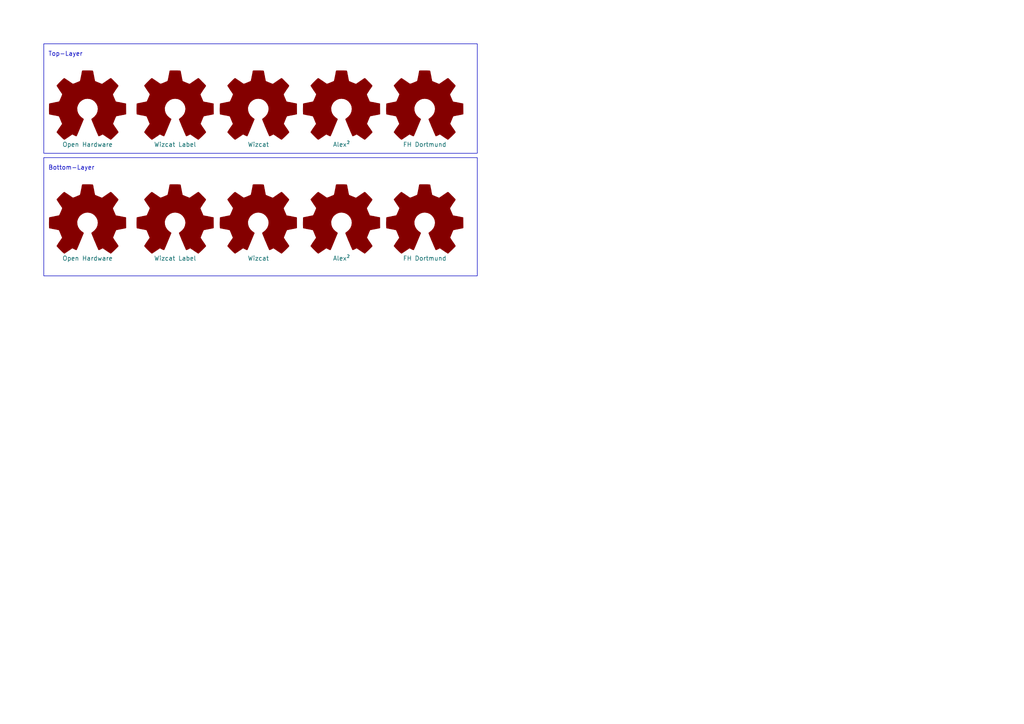
<source format=kicad_sch>
(kicad_sch (version 20230121) (generator eeschema)
  (paper "A4")
  (lib_symbols
    (symbol "Graphic:Logo_Open_Hardware_Large" (in_bom no) (on_board no)
      (symbol "Logo_Open_Hardware_Large_1_1"
        (polyline (pts (xy 6.731 -8.7122) (xy 6.6294 -8.6614) (xy 6.35 -8.4836) (xy 5.9944 -8.255) (xy 5.5372 -7.9502) (xy 5.1054 -7.6454) (xy 4.7498 -7.4168) (xy 4.4958 -7.239) (xy 4.3942 -7.1882) (xy 4.318 -7.2136) (xy 4.1148 -7.3152) (xy 3.81 -7.4676) (xy 3.6322 -7.5692) (xy 3.3528 -7.6708) (xy 3.2258 -7.6962) (xy 3.2004 -7.6708) (xy 3.0988 -7.4676) (xy 2.9464 -7.0866) (xy 2.7178 -6.604) (xy 2.4892 -6.0452) (xy 2.2352 -5.4356) (xy 1.9558 -4.826) (xy 1.7272 -4.2164) (xy 1.4986 -3.683) (xy 1.3208 -3.2512) (xy 1.2192 -2.9464) (xy 1.1684 -2.8194) (xy 1.1938 -2.794) (xy 1.3208 -2.667) (xy 1.5748 -2.4892) (xy 2.0828 -2.0574) (xy 2.6162 -1.397) (xy 2.921 -0.6604) (xy 3.048 0.1524) (xy 2.9464 0.9144) (xy 2.6416 1.6256) (xy 2.1336 2.286) (xy 1.524 2.7686) (xy 0.8128 3.0734) (xy 0 3.175) (xy -0.762 3.0988) (xy -1.4986 2.794) (xy -2.159 2.286) (xy -2.4384 1.9812) (xy -2.8194 1.3208) (xy -3.048 0.6096) (xy -3.0734 0.4318) (xy -3.0226 -0.3556) (xy -2.794 -1.0922) (xy -2.3876 -1.7526) (xy -1.8288 -2.3114) (xy -1.7526 -2.3622) (xy -1.4732 -2.5654) (xy -1.2954 -2.6924) (xy -1.1684 -2.8194) (xy -2.159 -5.207) (xy -2.3114 -5.588) (xy -2.5908 -6.2484) (xy -2.8194 -6.8072) (xy -3.0226 -7.2644) (xy -3.1496 -7.5692) (xy -3.2258 -7.6708) (xy -3.2258 -7.6962) (xy -3.302 -7.6962) (xy -3.4798 -7.6454) (xy -3.8354 -7.4676) (xy -4.0386 -7.366) (xy -4.2926 -7.239) (xy -4.4196 -7.1882) (xy -4.5212 -7.239) (xy -4.7498 -7.3914) (xy -5.1054 -7.6454) (xy -5.5372 -7.9248) (xy -5.9436 -8.2042) (xy -6.3246 -8.4582) (xy -6.604 -8.636) (xy -6.731 -8.7122) (xy -6.7564 -8.7122) (xy -6.858 -8.636) (xy -7.0866 -8.4582) (xy -7.4168 -8.1534) (xy -7.874 -7.6962) (xy -7.9502 -7.62) (xy -8.3312 -7.239) (xy -8.636 -6.9088) (xy -8.8392 -6.6802) (xy -8.9154 -6.5786) (xy -8.9154 -6.5786) (xy -8.8392 -6.4516) (xy -8.6614 -6.1722) (xy -8.4328 -5.7912) (xy -8.128 -5.3594) (xy -7.3152 -4.191) (xy -7.7724 -3.0988) (xy -7.8994 -2.7686) (xy -8.0772 -2.3622) (xy -8.2042 -2.0828) (xy -8.255 -1.9558) (xy -8.382 -1.905) (xy -8.6614 -1.8542) (xy -9.0932 -1.7526) (xy -9.6266 -1.651) (xy -10.1092 -1.5748) (xy -10.541 -1.4732) (xy -10.8712 -1.4224) (xy -11.0236 -1.397) (xy -11.049 -1.3716) (xy -11.0744 -1.2954) (xy -11.0998 -1.143) (xy -11.0998 -0.889) (xy -11.1252 -0.4572) (xy -11.1252 0.1524) (xy -11.1252 0.2286) (xy -11.0998 0.8128) (xy -11.0998 1.27) (xy -11.0744 1.5494) (xy -11.0744 1.6764) (xy -11.0744 1.6764) (xy -10.922 1.7018) (xy -10.6172 1.778) (xy -10.16 1.8542) (xy -9.652 1.9558) (xy -9.6012 1.9812) (xy -9.0932 2.0828) (xy -8.636 2.159) (xy -8.3312 2.2352) (xy -8.2042 2.286) (xy -8.1788 2.3114) (xy -8.0772 2.5146) (xy -7.9248 2.8448) (xy -7.747 3.2512) (xy -7.5692 3.6576) (xy -7.4168 4.0386) (xy -7.3152 4.318) (xy -7.2898 4.445) (xy -7.2898 4.445) (xy -7.366 4.572) (xy -7.5438 4.826) (xy -7.7978 5.207) (xy -8.128 5.6642) (xy -8.128 5.6896) (xy -8.4328 6.1468) (xy -8.6868 6.5278) (xy -8.8392 6.7818) (xy -8.9154 6.9088) (xy -8.9154 6.9088) (xy -8.8138 7.0358) (xy -8.5852 7.2898) (xy -8.255 7.6454) (xy -7.874 8.0264) (xy -7.747 8.1534) (xy -7.3152 8.5852) (xy -7.0104 8.8646) (xy -6.8326 8.9916) (xy -6.731 9.0424) (xy -6.731 9.0424) (xy -6.604 8.9408) (xy -6.3246 8.763) (xy -5.9436 8.509) (xy -5.4864 8.2042) (xy -5.461 8.1788) (xy -5.0038 7.874) (xy -4.6482 7.62) (xy -4.3688 7.4422) (xy -4.2672 7.3914) (xy -4.2418 7.3914) (xy -4.064 7.4422) (xy -3.7338 7.5438) (xy -3.3528 7.6962) (xy -2.9464 7.874) (xy -2.5654 8.0264) (xy -2.286 8.1534) (xy -2.159 8.2296) (xy -2.159 8.2296) (xy -2.1082 8.382) (xy -2.032 8.7122) (xy -1.9304 9.1694) (xy -1.8288 9.7282) (xy -1.8034 9.8044) (xy -1.7018 10.3378) (xy -1.6256 10.7696) (xy -1.5748 11.0744) (xy -1.524 11.2014) (xy -1.4478 11.2268) (xy -1.1938 11.2522) (xy -0.8128 11.2522) (xy -0.3302 11.2522) (xy 0.1524 11.2522) (xy 0.6604 11.2522) (xy 1.0668 11.2268) (xy 1.3716 11.2014) (xy 1.4986 11.176) (xy 1.4986 11.176) (xy 1.5494 11.0236) (xy 1.6256 10.6934) (xy 1.7018 10.2108) (xy 1.8288 9.6774) (xy 1.8288 9.5758) (xy 1.9304 9.0424) (xy 2.032 8.6106) (xy 2.0828 8.3058) (xy 2.1336 8.2042) (xy 2.159 8.1788) (xy 2.3876 8.0772) (xy 2.7432 7.9248) (xy 3.175 7.747) (xy 4.191 7.3406) (xy 5.461 8.2042) (xy 5.5626 8.2804) (xy 6.0198 8.5852) (xy 6.3754 8.8392) (xy 6.6294 8.9916) (xy 6.7564 9.0424) (xy 6.7564 9.0424) (xy 6.8834 8.9408) (xy 7.1374 8.7122) (xy 7.4676 8.382) (xy 7.8486 7.9756) (xy 8.1534 7.6962) (xy 8.4836 7.3406) (xy 8.7122 7.112) (xy 8.8392 6.9596) (xy 8.8646 6.858) (xy 8.8646 6.8072) (xy 8.7884 6.6802) (xy 8.6106 6.4008) (xy 8.3312 6.0198) (xy 8.0264 5.588) (xy 7.7978 5.207) (xy 7.5184 4.8006) (xy 7.3406 4.4958) (xy 7.2898 4.3434) (xy 7.2898 4.2926) (xy 7.3914 4.0386) (xy 7.5184 3.683) (xy 7.7216 3.2258) (xy 8.1534 2.2352) (xy 8.7884 2.1082) (xy 9.1948 2.0574) (xy 9.7536 1.9304) (xy 10.2616 1.8288) (xy 11.0998 1.6764) (xy 11.1252 -1.3208) (xy 10.9982 -1.3716) (xy 10.8712 -1.397) (xy 10.5664 -1.4732) (xy 10.1346 -1.5494) (xy 9.6266 -1.651) (xy 9.1948 -1.7272) (xy 8.7376 -1.8288) (xy 8.4328 -1.8796) (xy 8.2804 -1.905) (xy 8.255 -1.9558) (xy 8.1534 -2.159) (xy 7.9756 -2.5146) (xy 7.8232 -2.921) (xy 7.6454 -3.3274) (xy 7.493 -3.7338) (xy 7.366 -4.0132) (xy 7.3406 -4.191) (xy 7.3914 -4.2926) (xy 7.5692 -4.5466) (xy 7.7978 -4.9276) (xy 8.1026 -5.3594) (xy 8.4074 -5.7912) (xy 8.6614 -6.1722) (xy 8.8138 -6.4262) (xy 8.89 -6.5532) (xy 8.8646 -6.6548) (xy 8.6868 -6.858) (xy 8.3566 -7.1882) (xy 7.874 -7.6708) (xy 7.7978 -7.747) (xy 7.3914 -8.128) (xy 7.0612 -8.4328) (xy 6.8326 -8.636) (xy 6.731 -8.7122)) (fill (type outline)))
      )
    )
  )
  (rectangle (start 12.7 45.72) (end 138.43 80.01))
  (rectangle (start 12.7 12.7) (end 138.43 44.45))
  (text "Top-Layer" (at 13.97 16.51 0) (effects (font (size 1.27 1.27)) (justify left bottom)))
  (text "Bottom-Layer" (at 13.97 49.53 0) (effects (font (size 1.27 1.27)) (justify left bottom)))
  (symbol (lib_id "Graphic:Logo_Open_Hardware_Large") (at 74.93 31.75 0) (unit 1) (in_bom no)
    (property "Reference" "LOGO2" (effects hide))
    (property "Value" "Wizcat" (at 74.93 41.91 0))
    (property "Footprint" "Footprints:Logo_Cat_Copper_5x5" (effects hide))
    (property "Sim.Enable" "0" (effects hide))
  )
  (symbol (lib_id "Graphic:Logo_Open_Hardware_Large") (at 74.93 64.77 0) (unit 1) (in_bom no)
    (property "Reference" "LOGO7" (effects hide))
    (property "Value" "Wizcat" (at 74.93 74.93 0))
    (property "Footprint" "Footprints:Logo_Cat_Copper_5x5" (effects hide))
    (property "Sim.Enable" "0" (effects hide))
  )
  (symbol (lib_id "Graphic:Logo_Open_Hardware_Large") (at 123.19 64.77 0) (unit 1) (in_bom no)
    (property "Reference" "LOGO9" (effects hide))
    (property "Value" "FH Dortmund" (at 123.19 74.93 0))
    (property "Footprint" "Footprints:FHDO" (effects hide))
    (property "Sim.Enable" "0" (effects hide))
  )
  (symbol (lib_id "Graphic:Logo_Open_Hardware_Large") (at 25.4 31.75 0) (unit 1) (in_bom no)
    (property "Reference" "LOGO5" (effects hide))
    (property "Value" "Open Hardware" (at 25.4 41.91 0))
    (property "Footprint" "Footprints:OpenSourceHardware" (effects hide))
    (property "Sim.Enable" "0" (effects hide))
  )
  (symbol (lib_id "Graphic:Logo_Open_Hardware_Large") (at 123.19 31.75 0) (unit 1) (in_bom no)
    (property "Reference" "LOGO4" (effects hide))
    (property "Value" "FH Dortmund" (at 123.19 41.91 0))
    (property "Footprint" "Footprints:FHDO" (effects hide))
    (property "Sim.Enable" "0" (effects hide))
  )
  (symbol (lib_id "Graphic:Logo_Open_Hardware_Large") (at 50.8 31.75 0) (unit 1) (in_bom no)
    (property "Reference" "LOGO1" (effects hide))
    (property "Value" "Wizcat Label" (at 50.8 41.91 0))
    (property "Footprint" "Footprints:Logo_Cat_15x5_1" (effects hide))
    (property "Sim.Enable" "0" (effects hide))
  )
  (symbol (lib_id "Graphic:Logo_Open_Hardware_Large") (at 99.06 31.75 0) (unit 1) (in_bom no)
    (property "Reference" "LOGO3" (effects hide))
    (property "Value" "Alex²" (at 99.06 41.91 0))
    (property "Footprint" "Footprints:Alex2" (effects hide))
    (property "Sim.Enable" "0" (effects hide))
  )
  (symbol (lib_id "Graphic:Logo_Open_Hardware_Large") (at 99.06 64.77 0) (unit 1) (in_bom no)
    (property "Reference" "LOGO8" (effects hide))
    (property "Value" "Alex²" (at 99.06 74.93 0))
    (property "Footprint" "Footprints:Alex2" (effects hide))
    (property "Sim.Enable" "0" (effects hide))
  )
  (symbol (lib_id "Graphic:Logo_Open_Hardware_Large") (at 50.8 64.77 0) (unit 1) (in_bom no)
    (property "Reference" "LOGO6" (effects hide))
    (property "Value" "Wizcat Label" (at 50.8 74.93 0))
    (property "Footprint" "Footprints:Logo_Cat_15x5_1" (effects hide))
    (property "Sim.Enable" "0" (effects hide))
  )
  (symbol (lib_id "Graphic:Logo_Open_Hardware_Large") (at 25.4 64.77 0) (unit 1) (in_bom no)
    (property "Reference" "LOGO10" (effects hide))
    (property "Value" "Open Hardware" (at 25.4 74.93 0))
    (property "Footprint" "Footprints:OpenSourceHardware" (effects hide))
    (property "Sim.Enable" "0" (effects hide))
  )
)
</source>
